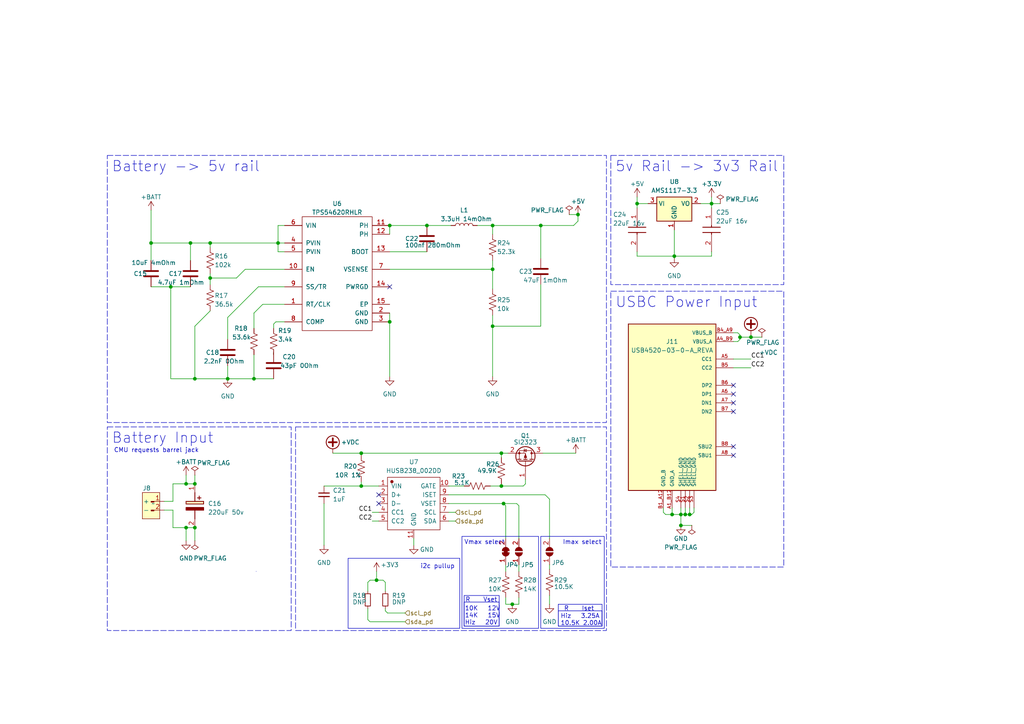
<source format=kicad_sch>
(kicad_sch (version 20230121) (generator eeschema)
  (paper "A4")
  (lib_symbols
    (symbol "Device:C" (pin_numbers hide) (pin_names (offset 0.254))
      (property "Reference" "C" (at 0.635 2.54 0))
      (property "Value" "C" (at 0.635 -2.54 0))
      (symbol "C_0_1"
        (polyline (pts (xy -2.032 -0.762) (xy 2.032 -0.762)) (stroke (width 0.508)))
        (polyline (pts (xy -2.032 0.762) (xy 2.032 0.762)) (stroke (width 0.508)))
      )
      (symbol "C_1_1"
        (pin passive line (at 0 3.81 270) (length 2.794) (name "~") (number "1"))
        (pin passive line (at 0 -3.81 90) (length 2.794) (name "~") (number "2"))
      )
    )
    (symbol "Device:C_Small" (pin_numbers hide) (pin_names (offset 0.254) hide)
      (property "Reference" "C" (at 0.254 1.778 0))
      (property "Value" "C_Small" (at 0.254 -2.032 0))
      (symbol "C_Small_0_1"
        (polyline (pts (xy -1.524 -0.508) (xy 1.524 -0.508)) (stroke (width 0.3302)))
        (polyline (pts (xy -1.524 0.508) (xy 1.524 0.508)) (stroke (width 0.3048)))
      )
      (symbol "C_Small_1_1"
        (pin passive line (at 0 2.54 270) (length 2.032) (name "~") (number "1"))
        (pin passive line (at 0 -2.54 90) (length 2.032) (name "~") (number "2"))
      )
    )
    (symbol "Device:L" (pin_numbers hide) (pin_names (offset 1.016) hide)
      (property "Reference" "L" (at -1.27 0 90))
      (property "Value" "L" (at 1.905 0 90))
      (symbol "L_0_1"
        (arc (start 0 -2.54) (mid 0.6323 -1.905) (end 0 -1.27))
        (arc (start 0 -1.27) (mid 0.6323 -0.635) (end 0 0))
        (arc (start 0 0) (mid 0.6323 0.635) (end 0 1.27))
        (arc (start 0 1.27) (mid 0.6323 1.905) (end 0 2.54))
      )
      (symbol "L_1_1"
        (pin passive line (at 0 3.81 270) (length 1.27) (name "1") (number "1"))
        (pin passive line (at 0 -3.81 90) (length 1.27) (name "2") (number "2"))
      )
    )
    (symbol "Device:Q_PMOS_GSD" (pin_names (offset 0) hide)
      (property "Reference" "Q" (at 5.08 1.27 0))
      (property "Value" "Q_PMOS_GSD" (at 5.08 -1.27 0))
      (symbol "Q_PMOS_GSD_0_1"
        (polyline (pts (xy 0.254 0) (xy -2.54 0)))
        (polyline (pts (xy 0.254 1.905) (xy 0.254 -1.905)) (stroke (width 0.254)))
        (polyline (pts (xy 0.762 -1.27) (xy 0.762 -2.286)) (stroke (width 0.254)))
        (polyline (pts (xy 0.762 0.508) (xy 0.762 -0.508)) (stroke (width 0.254)))
        (polyline (pts (xy 0.762 2.286) (xy 0.762 1.27)) (stroke (width 0.254)))
        (polyline (pts (xy 2.54 2.54) (xy 2.54 1.778)))
        (polyline (pts (xy 2.54 -2.54) (xy 2.54 0) (xy 0.762 0)))
        (polyline (pts (xy 0.762 1.778) (xy 3.302 1.778) (xy 3.302 -1.778) (xy 0.762 -1.778)))
        (polyline (pts (xy 2.286 0) (xy 1.27 0.381) (xy 1.27 -0.381) (xy 2.286 0)) (fill (type outline)))
        (polyline (pts (xy 2.794 -0.508) (xy 2.921 -0.381) (xy 3.683 -0.381) (xy 3.81 -0.254)))
        (polyline (pts (xy 3.302 -0.381) (xy 2.921 0.254) (xy 3.683 0.254) (xy 3.302 -0.381)))
        (circle (center 1.651 0) (radius 2.794) (stroke (width 0.254)))
        (circle (center 2.54 -1.778) (radius 0.254) (fill (type outline)))
        (circle (center 2.54 1.778) (radius 0.254) (fill (type outline)))
      )
      (symbol "Q_PMOS_GSD_1_1"
        (pin input line (at -5.08 0 0) (length 2.54) (name "G") (number "1"))
        (pin passive line (at 2.54 -5.08 90) (length 2.54) (name "S") (number "2"))
        (pin passive line (at 2.54 5.08 270) (length 2.54) (name "D") (number "3"))
      )
    )
    (symbol "Device:R_Small" (pin_numbers hide) (pin_names (offset 0.254) hide)
      (property "Reference" "R" (at 0.762 0.508 0))
      (property "Value" "R_Small" (at 0.762 -1.016 0))
      (symbol "R_Small_0_1"
        (rectangle (start -0.762 1.778) (end 0.762 -1.778) (stroke (width 0.2032)))
      )
      (symbol "R_Small_1_1"
        (pin passive line (at 0 2.54 270) (length 0.762) (name "~") (number "1"))
        (pin passive line (at 0 -2.54 90) (length 0.762) (name "~") (number "2"))
      )
    )
    (symbol "Device:R_US" (pin_numbers hide) (pin_names (offset 0))
      (property "Reference" "R" (at 2.54 0 90))
      (property "Value" "R_US" (at -2.54 0 90))
      (symbol "R_US_0_1"
        (polyline (pts (xy 0 -2.286) (xy 0 -2.54)))
        (polyline (pts (xy 0 2.286) (xy 0 2.54)))
        (polyline (pts (xy 0 -0.762) (xy 1.016 -1.143) (xy 0 -1.524) (xy -1.016 -1.905) (xy 0 -2.286)))
        (polyline (pts (xy 0 0.762) (xy 1.016 0.381) (xy 0 0) (xy -1.016 -0.381) (xy 0 -0.762)))
        (polyline (pts (xy 0 2.286) (xy 1.016 1.905) (xy 0 1.524) (xy -1.016 1.143) (xy 0 0.762)))
      )
      (symbol "R_US_1_1"
        (pin passive line (at 0 3.81 270) (length 1.27) (name "~") (number "1"))
        (pin passive line (at 0 -3.81 90) (length 1.27) (name "~") (number "2"))
      )
    )
    (symbol "Jumper:SolderJumper_2_Bridged" (pin_names (offset 0) hide)
      (property "Reference" "JP" (at 0 2.032 0))
      (property "Value" "SolderJumper_2_Bridged" (at 0 -2.54 0))
      (symbol "SolderJumper_2_Bridged_0_1"
        (rectangle (start -0.508 0.508) (end 0.508 -0.508) (fill (type outline)))
        (arc (start -0.254 1.016) (mid -1.2656 0) (end -0.254 -1.016))
        (arc (start -0.254 1.016) (mid -1.2656 0) (end -0.254 -1.016) (fill (type outline)))
        (polyline (pts (xy -0.254 1.016) (xy -0.254 -1.016)))
        (polyline (pts (xy 0.254 1.016) (xy 0.254 -1.016)))
        (arc (start 0.254 -1.016) (mid 1.2656 0) (end 0.254 1.016))
        (arc (start 0.254 -1.016) (mid 1.2656 0) (end 0.254 1.016) (fill (type outline)))
      )
      (symbol "SolderJumper_2_Bridged_1_1"
        (pin passive line (at -3.81 0 0) (length 2.54) (name "A") (number "1"))
        (pin passive line (at 3.81 0 180) (length 2.54) (name "B") (number "2"))
      )
    )
    (symbol "Jumper:SolderJumper_2_Open" (pin_names (offset 0) hide)
      (property "Reference" "JP" (at 0 2.032 0))
      (property "Value" "SolderJumper_2_Open" (at 0 -2.54 0))
      (symbol "SolderJumper_2_Open_0_1"
        (arc (start -0.254 1.016) (mid -1.2656 0) (end -0.254 -1.016))
        (arc (start -0.254 1.016) (mid -1.2656 0) (end -0.254 -1.016) (fill (type outline)))
        (polyline (pts (xy -0.254 1.016) (xy -0.254 -1.016)))
        (polyline (pts (xy 0.254 1.016) (xy 0.254 -1.016)))
        (arc (start 0.254 -1.016) (mid 1.2656 0) (end 0.254 1.016))
        (arc (start 0.254 -1.016) (mid 1.2656 0) (end 0.254 1.016) (fill (type outline)))
      )
      (symbol "SolderJumper_2_Open_1_1"
        (pin passive line (at -3.81 0 0) (length 2.54) (name "A") (number "1"))
        (pin passive line (at 3.81 0 180) (length 2.54) (name "B") (number "2"))
      )
    )
    (symbol "LCSC_imports:HUSB238_002DD" (pin_names (offset 1.016))
      (property "Reference" "U" (at 0 10.2362 0))
      (property "Value" "HUSB238_002DD" (at 0 15.3162 0))
      (symbol "HUSB238_002DD_1_1"
        (rectangle (start -7.62 7.62) (end 7.62 -7.62) (stroke (width 0.1524)))
        (circle (center -6.35 6.35) (radius 0.381) (stroke (width 0.1524)) (fill (type outline)))
        (pin input line (at -10.16 5.08 0) (length 2.54) (name "VIN") (number "1"))
        (pin input line (at 10.16 5.08 180) (length 2.54) (name "GATE") (number "10"))
        (pin input line (at 0 -10.16 90) (length 2.54) (name "GND") (number "11"))
        (pin input line (at -10.16 2.54 0) (length 2.54) (name "D+") (number "2"))
        (pin input line (at -10.16 0 0) (length 2.54) (name "D-") (number "3"))
        (pin input line (at -10.16 -2.54 0) (length 2.54) (name "CC1") (number "4"))
        (pin input line (at -10.16 -5.08 0) (length 2.54) (name "CC2") (number "5"))
        (pin input line (at 10.16 -5.08 180) (length 2.54) (name "SDA") (number "6"))
        (pin input line (at 10.16 -2.54 180) (length 2.54) (name "SCL") (number "7"))
        (pin input line (at 10.16 0 180) (length 2.54) (name "VSET") (number "8"))
        (pin input line (at 10.16 2.54 180) (length 2.54) (name "ISET") (number "9"))
      )
    )
    (symbol "LCSC_imports:TPS54620RHLR" (pin_names (offset 1.016))
      (property "Reference" "U" (at 0 20.3962 0))
      (property "Value" "TPS54620RHLR" (at 0 25.4762 0))
      (symbol "TPS54620RHLR_1_1"
        (rectangle (start -10.16 17.78) (end 10.16 -15.24) (stroke (width 0.1524)))
        (pin input line (at -15.24 -7.62 0) (length 5.08) (name "RT/CLK") (number "1"))
        (pin input line (at -15.24 2.54 0) (length 5.08) (name "EN") (number "10"))
        (pin power_in line (at 15.24 15.24 180) (length 5.08) (name "PH") (number "11"))
        (pin power_in line (at 15.24 12.7 180) (length 5.08) (name "PH") (number "12"))
        (pin input line (at 15.24 7.62 180) (length 5.08) (name "BOOT") (number "13"))
        (pin input line (at 15.24 -2.54 180) (length 5.08) (name "PWRGD") (number "14"))
        (pin power_in line (at 15.24 -7.62 180) (length 5.08) (name "EP") (number "15"))
        (pin power_in line (at 15.24 -10.16 180) (length 5.08) (name "GND") (number "2"))
        (pin power_in line (at 15.24 -12.7 180) (length 5.08) (name "GND") (number "3"))
        (pin power_in line (at -15.24 10.16 0) (length 5.08) (name "PVIN") (number "4"))
        (pin power_in line (at -15.24 7.62 0) (length 5.08) (name "PVIN") (number "5"))
        (pin power_in line (at -15.24 15.24 0) (length 5.08) (name "VIN") (number "6"))
        (pin input line (at 15.24 2.54 180) (length 5.08) (name "VSENSE") (number "7"))
        (pin input line (at -15.24 -12.7 0) (length 5.08) (name "COMP") (number "8"))
        (pin input line (at -15.24 -2.54 0) (length 5.08) (name "SS/TR") (number "9"))
      )
    )
    (symbol "Regulator_Linear:AMS1117-3.3"
      (property "Reference" "U" (at -3.81 3.175 0))
      (property "Value" "AMS1117-3.3" (at 0 3.175 0))
      (symbol "AMS1117-3.3_0_1"
        (rectangle (start -5.08 -5.08) (end 5.08 1.905) (stroke (width 0.254)) (fill (type background)))
      )
      (symbol "AMS1117-3.3_1_1"
        (pin power_in line (at 0 -7.62 90) (length 2.54) (name "GND") (number "1"))
        (pin power_out line (at 7.62 0 180) (length 2.54) (name "VO") (number "2"))
        (pin power_in line (at -7.62 0 0) (length 2.54) (name "VI") (number "3"))
      )
    )
    (symbol "USB4520-03-0-A_REVA:USB4520-03-0-A_REVA" (pin_names (offset 1.016))
      (property "Reference" "J11" (at 0 19.05 0))
      (property "Value" "USB4520-03-0-A_REVA" (at 0 16.51 0))
      (symbol "USB4520-03-0-A_REVA_0_0"
        (rectangle (start -12.7 24.13) (end 12.7 -24.13) (stroke (width 0.254)) (fill (type background)))
        (pin power_in line (at 0 -29.21 90) (length 5.08) (name "GND_A") (number "A1_B12"))
        (pin power_in line (at 17.78 19.05 180) (length 5.08) (name "VBUS_A") (number "A4_B9"))
        (pin bidirectional line (at 17.78 13.97 180) (length 5.08) (name "CC1") (number "A5"))
        (pin bidirectional line (at 17.78 3.81 180) (length 5.08) (name "DP1") (number "A6"))
        (pin bidirectional line (at 17.78 1.27 180) (length 5.08) (name "DN1") (number "A7"))
        (pin bidirectional line (at 17.78 -13.97 180) (length 5.08) (name "SBU1") (number "A8"))
        (pin power_in line (at -2.54 -29.21 90) (length 5.08) (name "GND_B") (number "B1_A12"))
        (pin power_in line (at 17.78 21.59 180) (length 5.08) (name "VBUS_B") (number "B4_A9"))
        (pin bidirectional line (at 17.78 11.43 180) (length 5.08) (name "CC2") (number "B5"))
        (pin bidirectional line (at 17.78 6.35 180) (length 5.08) (name "DP2") (number "B6"))
        (pin bidirectional line (at 17.78 -1.27 180) (length 5.08) (name "DN2") (number "B7"))
        (pin bidirectional line (at 17.78 -11.43 180) (length 5.08) (name "SBU2") (number "B8"))
        (pin power_in line (at 3.81 -29.21 90) (length 5.08) (name "SHELL_GND") (number "S1"))
        (pin power_in line (at 5.08 -29.21 90) (length 5.08) (name "SHELL_GND") (number "S2"))
        (pin power_in line (at 6.35 -29.21 90) (length 5.08) (name "SHELL_GND") (number "S3"))
        (pin power_in line (at 2.54 -29.21 90) (length 5.08) (name "SHELL_GND") (number "S4"))
      )
    )
    (symbol "aaa_SamacSys_Parts:CL21A226MQQNNNE" (pin_names hide)
      (property "Reference" "C" (at 8.89 6.35 0))
      (property "Value" "CL21A226MQQNNNE" (at 8.89 3.81 0))
      (symbol "CL21A226MQQNNNE_1_1"
        (polyline (pts (xy 5.08 0) (xy 5.588 0)) (stroke (width 0.254)))
        (polyline (pts (xy 5.588 2.54) (xy 5.588 -2.54)) (stroke (width 0.254)))
        (polyline (pts (xy 7.112 0) (xy 7.62 0)) (stroke (width 0.254)))
        (polyline (pts (xy 7.112 2.54) (xy 7.112 -2.54)) (stroke (width 0.254)))
        (pin passive line (at 0 0 0) (length 5.08) (name "1") (number "1"))
        (pin passive line (at 12.7 0 180) (length 5.08) (name "2") (number "2"))
      )
    )
    (symbol "motorgo_components:RGA221M1EBK-0811G" (pin_names hide)
      (property "Reference" "C" (at 8.89 6.35 0))
      (property "Value" "RGA221M1EBK-0811G" (at 8.89 3.81 0))
      (symbol "RGA221M1EBK-0811G_1_1"
        (polyline (pts (xy 2.54 0) (xy 5.08 0)) (stroke (width 0.254)))
        (polyline (pts (xy 4.064 1.778) (xy 4.064 0.762)) (stroke (width 0.254)))
        (polyline (pts (xy 4.572 1.27) (xy 3.556 1.27)) (stroke (width 0.254)))
        (polyline (pts (xy 7.62 0) (xy 10.16 0)) (stroke (width 0.254)))
        (polyline (pts (xy 7.62 2.54) (xy 7.62 -2.54) (xy 6.858 -2.54) (xy 6.858 2.54) (xy 7.62 2.54)) (stroke (width 0.254)) (fill (type outline)))
        (rectangle (start 5.08 2.54) (end 5.842 -2.54) (stroke (width 0.254)) (fill (type background)))
        (pin passive line (at 0 0 0) (length 2.54) (name "+") (number "1"))
        (pin passive line (at 12.7 0 180) (length 2.54) (name "-") (number "2"))
      )
    )
    (symbol "motorgo_components:xt30"
      (property "Reference" "J" (at -3.175 4.445 0))
      (symbol "xt30_1_1"
        (rectangle (start -2.54 3.81) (end 2.54 -3.81) (fill (type background)))
        (rectangle (start 0 -1.27) (end 0.8636 -1.524) (stroke (width 0.1524)) (fill (type outline)))
        (polyline (pts (xy 0.635 -1.27) (xy 0.2286 -1.27)) (stroke (width 0.1524)))
        (polyline (pts (xy 0.635 1.27) (xy 0.2286 1.27)) (stroke (width 0.1524)))
        (rectangle (start 0 1.27) (end 0.8636 1.016) (stroke (width 0.1524)) (fill (type outline)))
        (pin power_in line (at 3.81 1.27 180) (length 3.81) (name "+") (number "1"))
        (pin power_in line (at 3.81 -1.27 180) (length 3.81) (name "-") (number "2"))
      )
    )
    (symbol "power:+3.3V" (power) (pin_names (offset 0))
      (property "Value" "+3.3V" (at 0 3.556 0))
      (symbol "+3.3V_0_1"
        (polyline (pts (xy -0.762 1.27) (xy 0 2.54)))
        (polyline (pts (xy 0 0) (xy 0 2.54)))
        (polyline (pts (xy 0 2.54) (xy 0.762 1.27)))
      )
      (symbol "+3.3V_1_1"
        (pin power_in line (at 0 0 90) (length 0) hide (name "+3.3V") (number "1"))
      )
    )
    (symbol "power:+3V3" (power) (pin_names (offset 0))
      (property "Value" "+3V3" (at 0 3.556 0))
      (symbol "+3V3_0_1"
        (polyline (pts (xy -0.762 1.27) (xy 0 2.54)))
        (polyline (pts (xy 0 0) (xy 0 2.54)))
        (polyline (pts (xy 0 2.54) (xy 0.762 1.27)))
      )
      (symbol "+3V3_1_1"
        (pin power_in line (at 0 0 90) (length 0) hide (name "+3V3") (number "1"))
      )
    )
    (symbol "power:+5V" (power) (pin_names (offset 0))
      (property "Value" "+5V" (at 0 3.556 0))
      (symbol "+5V_0_1"
        (polyline (pts (xy -0.762 1.27) (xy 0 2.54)))
        (polyline (pts (xy 0 0) (xy 0 2.54)))
        (polyline (pts (xy 0 2.54) (xy 0.762 1.27)))
      )
      (symbol "+5V_1_1"
        (pin power_in line (at 0 0 90) (length 0) hide (name "+5V") (number "1"))
      )
    )
    (symbol "power:+BATT" (power) (pin_names (offset 0))
      (property "Value" "+BATT" (at 0 3.556 0))
      (symbol "+BATT_0_1"
        (polyline (pts (xy -0.762 1.27) (xy 0 2.54)))
        (polyline (pts (xy 0 0) (xy 0 2.54)))
        (polyline (pts (xy 0 2.54) (xy 0.762 1.27)))
      )
      (symbol "+BATT_1_1"
        (pin power_in line (at 0 0 90) (length 0) hide (name "+BATT") (number "1"))
      )
    )
    (symbol "power:+VDC" (power) (pin_names (offset 0))
      (property "Value" "+VDC" (at 0 6.35 0))
      (symbol "+VDC_0_1"
        (polyline (pts (xy -1.143 3.175) (xy 1.143 3.175)) (stroke (width 0.508)))
        (polyline (pts (xy 0 0) (xy 0 1.27)))
        (polyline (pts (xy 0 2.032) (xy 0 4.318)) (stroke (width 0.508)))
        (circle (center 0 3.175) (radius 1.905) (stroke (width 0.254)))
      )
      (symbol "+VDC_1_1"
        (pin power_in line (at 0 0 90) (length 0) hide (name "+VDC") (number "1"))
      )
    )
    (symbol "power:GND" (power) (pin_names (offset 0))
      (property "Value" "GND" (at 0 -3.81 0))
      (symbol "GND_0_1"
        (polyline (pts (xy 0 0) (xy 0 -1.27) (xy 1.27 -1.27) (xy 0 -2.54) (xy -1.27 -1.27) (xy 0 -1.27)))
      )
      (symbol "GND_1_1"
        (pin power_in line (at 0 0 270) (length 0) hide (name "GND") (number "1"))
      )
    )
    (symbol "power:PWR_FLAG" (power) (pin_numbers hide) (pin_names (offset 0) hide)
      (property "Value" "PWR_FLAG" (at 0 3.81 0))
      (symbol "PWR_FLAG_0_0"
        (pin power_out line (at 0 0 90) (length 0) (name "pwr") (number "1"))
      )
      (symbol "PWR_FLAG_0_1"
        (polyline (pts (xy 0 0) (xy 0 1.27) (xy -1.016 1.905) (xy 0 2.54) (xy 1.016 1.905) (xy 0 1.27)))
      )
    )
  )
  (junction (at 56.515 140.335))
  (junction (at 113.03 65.405))
  (junction (at 43.815 70.485))
  (junction (at 167.64 62.23))
  (junction (at 206.375 59.055))
  (junction (at 184.785 59.055))
  (junction (at 195.58 74.295))
  (junction (at 80.645 70.485))
  (junction (at 123.825 65.405))
  (junction (at 56.515 109.855))
  (junction (at 156.845 65.405))
  (junction (at 214.63 97.79))
  (junction (at 142.875 94.615))
  (junction (at 104.775 140.97))
  (junction (at 200.025 149.225))
  (junction (at 194.945 149.225))
  (junction (at 145.415 140.97))
  (junction (at 53.975 153.035))
  (junction (at 113.03 93.345))
  (junction (at 148.59 175.26))
  (junction (at 142.875 65.405))
  (junction (at 55.245 70.485))
  (junction (at 142.875 78.105))
  (junction (at 217.805 97.79))
  (junction (at 60.96 70.485))
  (junction (at 56.515 153.035))
  (junction (at 197.485 152.4))
  (junction (at 104.775 131.445))
  (junction (at 109.22 168.275))
  (junction (at 197.485 149.225))
  (junction (at 146.05 146.05))
  (junction (at 66.04 109.855))
  (junction (at 60.96 80.645))
  (junction (at 73.66 109.855))
  (junction (at 198.755 149.225))
  (junction (at 53.975 140.335))
  (junction (at 145.415 131.445))
  (junction (at 49.53 83.185))
  (no_connect (at 113.03 83.185))
  (no_connect (at 212.725 111.76))
  (no_connect (at 212.725 132.08))
  (no_connect (at 109.855 143.51))
  (no_connect (at 109.855 146.05))
  (no_connect (at 212.725 114.3))
  (no_connect (at 212.725 116.84))
  (no_connect (at 212.725 119.38))
  (no_connect (at 212.725 129.54))
  (wire (pts (xy 60.96 70.485) (xy 60.96 71.755)))
  (wire (pts (xy 142.875 91.44) (xy 142.875 94.615)))
  (wire (pts (xy 73.66 109.855) (xy 79.375 109.855)))
  (wire (pts (xy 197.485 147.32) (xy 197.485 149.225)))
  (wire (pts (xy 192.405 147.32) (xy 192.405 148.59)))
  (wire (pts (xy 123.825 65.405) (xy 130.81 65.405)))
  (wire (pts (xy 214.63 98.425) (xy 213.995 99.06)))
  (wire (pts (xy 145.415 140.335) (xy 145.415 140.97)))
  (wire (pts (xy 184.785 74.295) (xy 184.785 73.025)))
  (wire (pts (xy 145.415 132.715) (xy 145.415 131.445)))
  (wire (pts (xy 50.165 147.955) (xy 47.625 147.955)))
  (wire (pts (xy 112.395 177.8) (xy 117.475 177.8)))
  (wire (pts (xy 217.805 97.79) (xy 217.805 97.155)))
  (wire (pts (xy 60.96 80.645) (xy 60.96 82.55)))
  (wire (pts (xy 142.875 65.405) (xy 142.875 67.945)))
  (wire (pts (xy 74.93 83.185) (xy 82.55 83.185)))
  (wire (pts (xy 184.785 60.325) (xy 184.785 59.055)))
  (wire (pts (xy 113.03 93.345) (xy 113.03 109.22)))
  (wire (pts (xy 142.24 140.97) (xy 145.415 140.97)))
  (wire (pts (xy 80.645 70.485) (xy 60.96 70.485)))
  (wire (pts (xy 200.025 147.32) (xy 200.025 149.225)))
  (wire (pts (xy 159.385 163.83) (xy 159.385 165.1)))
  (wire (pts (xy 106.68 171.45) (xy 106.68 168.91)))
  (wire (pts (xy 158.115 143.51) (xy 159.385 144.78)))
  (wire (pts (xy 49.53 109.855) (xy 56.515 109.855)))
  (wire (pts (xy 213.995 96.52) (xy 214.63 97.155)))
  (wire (pts (xy 93.98 140.97) (xy 104.775 140.97)))
  (wire (pts (xy 130.175 140.97) (xy 134.62 140.97)))
  (wire (pts (xy 142.875 78.105) (xy 142.875 83.82)))
  (wire (pts (xy 60.96 79.375) (xy 60.96 80.645)))
  (wire (pts (xy 112.395 177.8) (xy 111.76 177.165)))
  (wire (pts (xy 50.165 140.335) (xy 53.975 140.335)))
  (wire (pts (xy 104.775 132.08) (xy 104.775 131.445)))
  (wire (pts (xy 203.2 59.055) (xy 206.375 59.055)))
  (wire (pts (xy 76.2 88.265) (xy 73.66 90.805)))
  (wire (pts (xy 206.375 74.295) (xy 206.375 73.025)))
  (wire (pts (xy 150.495 146.685) (xy 150.495 156.21)))
  (wire (pts (xy 109.22 165.735) (xy 109.22 168.275)))
  (wire (pts (xy 111.76 168.91) (xy 111.76 171.45)))
  (wire (pts (xy 198.755 147.32) (xy 198.755 149.225)))
  (wire (pts (xy 197.485 149.225) (xy 198.755 149.225)))
  (wire (pts (xy 212.725 96.52) (xy 213.995 96.52)))
  (wire (pts (xy 80.645 73.025) (xy 82.55 73.025)))
  (wire (pts (xy 152.4 139.065) (xy 152.4 140.335)))
  (wire (pts (xy 104.775 139.7) (xy 104.775 140.97)))
  (wire (pts (xy 156.845 74.93) (xy 156.845 65.405)))
  (wire (pts (xy 76.2 88.265) (xy 82.55 88.265)))
  (wire (pts (xy 80.645 65.405) (xy 82.55 65.405)))
  (wire (pts (xy 49.53 83.185) (xy 49.53 109.855)))
  (wire (pts (xy 145.415 131.445) (xy 147.32 131.445)))
  (wire (pts (xy 146.05 146.05) (xy 146.685 146.685)))
  (wire (pts (xy 71.12 78.105) (xy 68.58 80.645)))
  (wire (pts (xy 56.515 94.615) (xy 56.515 109.855)))
  (wire (pts (xy 50.165 145.415) (xy 47.625 145.415)))
  (wire (pts (xy 167.64 62.23) (xy 167.64 64.135)))
  (wire (pts (xy 148.59 175.26) (xy 150.495 175.26)))
  (wire (pts (xy 195.58 74.295) (xy 206.375 74.295)))
  (wire (pts (xy 107.95 148.59) (xy 109.855 148.59)))
  (wire (pts (xy 214.63 97.79) (xy 217.805 97.79)))
  (wire (pts (xy 60.96 90.17) (xy 56.515 94.615)))
  (wire (pts (xy 142.875 65.405) (xy 156.845 65.405)))
  (wire (pts (xy 146.685 175.26) (xy 148.59 175.26)))
  (wire (pts (xy 132.08 151.13) (xy 130.175 151.13)))
  (wire (pts (xy 107.315 168.275) (xy 109.22 168.275)))
  (wire (pts (xy 149.86 146.05) (xy 150.495 146.685)))
  (wire (pts (xy 106.68 168.91) (xy 107.315 168.275)))
  (wire (pts (xy 50.165 140.335) (xy 50.165 145.415)))
  (wire (pts (xy 80.645 65.405) (xy 80.645 70.485)))
  (wire (pts (xy 107.95 151.13) (xy 109.855 151.13)))
  (wire (pts (xy 53.975 153.035) (xy 56.515 153.035)))
  (wire (pts (xy 73.66 90.805) (xy 73.66 95.25)))
  (wire (pts (xy 56.515 153.035) (xy 56.515 156.845)))
  (wire (pts (xy 150.495 173.355) (xy 150.495 175.26)))
  (wire (pts (xy 195.58 74.93) (xy 195.58 74.295)))
  (wire (pts (xy 156.845 82.55) (xy 156.845 94.615)))
  (wire (pts (xy 184.785 57.15) (xy 184.785 59.055)))
  (wire (pts (xy 142.875 94.615) (xy 142.875 109.22)))
  (wire (pts (xy 56.515 137.795) (xy 56.515 140.335)))
  (wire (pts (xy 79.375 93.98) (xy 80.01 93.345)))
  (wire (pts (xy 197.485 149.225) (xy 197.485 152.4)))
  (wire (pts (xy 146.685 146.685) (xy 146.685 156.21)))
  (wire (pts (xy 200.66 149.225) (xy 201.295 148.59)))
  (wire (pts (xy 43.815 83.185) (xy 49.53 83.185)))
  (wire (pts (xy 217.805 104.14) (xy 212.725 104.14)))
  (wire (pts (xy 146.05 146.05) (xy 149.86 146.05)))
  (wire (pts (xy 200.025 149.225) (xy 200.66 149.225)))
  (wire (pts (xy 113.03 65.405) (xy 123.825 65.405)))
  (wire (pts (xy 60.96 80.645) (xy 68.58 80.645)))
  (wire (pts (xy 96.52 131.445) (xy 104.775 131.445)))
  (wire (pts (xy 113.03 65.405) (xy 113.03 67.945)))
  (wire (pts (xy 104.775 131.445) (xy 145.415 131.445)))
  (wire (pts (xy 151.765 140.97) (xy 152.4 140.335)))
  (wire (pts (xy 50.165 153.035) (xy 50.165 147.955)))
  (wire (pts (xy 66.04 92.075) (xy 66.04 98.425)))
  (wire (pts (xy 132.08 148.59) (xy 130.175 148.59)))
  (wire (pts (xy 80.01 93.345) (xy 82.55 93.345)))
  (wire (pts (xy 113.03 73.025) (xy 123.825 73.025)))
  (wire (pts (xy 198.755 149.225) (xy 200.025 149.225)))
  (wire (pts (xy 66.04 109.855) (xy 73.66 109.855)))
  (wire (pts (xy 93.98 146.05) (xy 93.98 158.115)))
  (wire (pts (xy 79.375 93.98) (xy 79.375 95.25)))
  (wire (pts (xy 130.175 146.05) (xy 146.05 146.05)))
  (wire (pts (xy 82.55 78.105) (xy 71.12 78.105)))
  (wire (pts (xy 194.945 147.32) (xy 194.945 149.225)))
  (wire (pts (xy 53.975 153.035) (xy 53.975 156.845)))
  (wire (pts (xy 80.645 70.485) (xy 80.645 73.025)))
  (wire (pts (xy 50.165 153.035) (xy 53.975 153.035)))
  (wire (pts (xy 157.48 131.445) (xy 167.005 131.445)))
  (wire (pts (xy 49.53 83.185) (xy 55.245 83.185)))
  (wire (pts (xy 220.98 97.79) (xy 217.805 97.79)))
  (wire (pts (xy 206.375 59.055) (xy 208.915 59.055)))
  (wire (pts (xy 214.63 97.79) (xy 214.63 98.425)))
  (wire (pts (xy 113.03 90.805) (xy 113.03 93.345)))
  (wire (pts (xy 195.58 66.675) (xy 195.58 74.295)))
  (wire (pts (xy 80.645 70.485) (xy 82.55 70.485)))
  (wire (pts (xy 109.22 168.275) (xy 111.125 168.275)))
  (wire (pts (xy 167.64 62.23) (xy 165.1 62.23)))
  (wire (pts (xy 192.405 148.59) (xy 193.04 149.225)))
  (wire (pts (xy 120.015 158.115) (xy 120.015 156.21)))
  (wire (pts (xy 194.945 149.225) (xy 197.485 149.225)))
  (wire (pts (xy 55.245 70.485) (xy 55.245 75.565)))
  (wire (pts (xy 212.725 99.06) (xy 213.995 99.06)))
  (wire (pts (xy 156.845 65.405) (xy 166.37 65.405)))
  (wire (pts (xy 66.04 106.045) (xy 66.04 109.855)))
  (wire (pts (xy 106.68 176.53) (xy 106.68 179.705)))
  (wire (pts (xy 159.385 172.72) (xy 159.385 175.26)))
  (wire (pts (xy 113.03 78.105) (xy 142.875 78.105)))
  (wire (pts (xy 130.175 143.51) (xy 158.115 143.51)))
  (wire (pts (xy 104.775 140.97) (xy 109.855 140.97)))
  (wire (pts (xy 111.125 168.275) (xy 111.76 168.91)))
  (wire (pts (xy 150.495 163.83) (xy 150.495 165.735)))
  (wire (pts (xy 43.815 70.485) (xy 55.245 70.485)))
  (wire (pts (xy 201.295 147.32) (xy 201.295 148.59)))
  (wire (pts (xy 145.415 140.97) (xy 151.765 140.97)))
  (wire (pts (xy 53.975 140.335) (xy 56.515 140.335)))
  (wire (pts (xy 138.43 65.405) (xy 142.875 65.405)))
  (wire (pts (xy 146.685 173.355) (xy 146.685 175.26)))
  (wire (pts (xy 111.76 176.53) (xy 111.76 177.165)))
  (wire (pts (xy 146.685 163.83) (xy 146.685 165.735)))
  (wire (pts (xy 166.37 65.405) (xy 167.64 64.135)))
  (wire (pts (xy 184.785 74.295) (xy 195.58 74.295)))
  (wire (pts (xy 43.815 60.96) (xy 43.815 70.485)))
  (wire (pts (xy 106.68 179.705) (xy 107.315 180.34)))
  (wire (pts (xy 74.93 83.185) (xy 66.04 92.075)))
  (wire (pts (xy 60.96 70.485) (xy 55.245 70.485)))
  (wire (pts (xy 56.515 109.855) (xy 66.04 109.855)))
  (wire (pts (xy 142.875 75.565) (xy 142.875 78.105)))
  (wire (pts (xy 206.375 59.055) (xy 206.375 60.325)))
  (wire (pts (xy 217.805 106.68) (xy 212.725 106.68)))
  (wire (pts (xy 206.375 57.15) (xy 206.375 59.055)))
  (wire (pts (xy 184.785 59.055) (xy 187.96 59.055)))
  (wire (pts (xy 142.875 94.615) (xy 156.845 94.615)))
  (wire (pts (xy 214.63 97.155) (xy 214.63 97.79)))
  (wire (pts (xy 53.975 137.795) (xy 53.975 140.335)))
  (wire (pts (xy 197.485 152.4) (xy 200.66 152.4)))
  (wire (pts (xy 193.04 149.225) (xy 194.945 149.225)))
  (wire (pts (xy 43.815 70.485) (xy 43.815 75.565)))
  (wire (pts (xy 107.315 180.34) (xy 117.475 180.34)))
  (wire (pts (xy 73.66 102.87) (xy 73.66 109.855)))
  (wire (pts (xy 159.385 144.78) (xy 159.385 156.21)))
  (wire (pts (xy 79.375 102.87) (xy 79.375 102.235)))
  (rectangle (start 133.985 155.575) (end 156.21 182.245))
  (rectangle (start 177.165 84.455) (end 227.33 164.465) (stroke (width 0) (type dash)))
  (rectangle (start 156.845 155.575) (end 175.26 182.245))
  (rectangle (start 134.62 172.72) (end 144.78 181.61))
  (rectangle (start 177.165 45.085) (end 227.33 82.55) (stroke (width 0) (type dash)))
  (rectangle (start 161.925 177.165) (end 174.625 181.61))
  (rectangle (start 134.62 174.625) (end 144.78 181.61))
  (rectangle (start 31.115 45.085) (end 175.895 122.555) (stroke (width 0) (type dash)))
  (rectangle (start 100.965 161.925) (end 133.35 182.245))
  (rectangle (start 161.925 175.26) (end 174.625 181.61))
  (rectangle (start 74.295 165.735) (end 74.295 165.735))
  (rectangle (start 31.115 123.825) (end 84.455 182.88) (stroke (width 0) (type dash)))
  (rectangle (start 85.725 123.825) (end 175.895 182.88) (stroke (width 0) (type dash)))
  (text "R    Iset" (at 163.5498 177.3589 0) (effects (font (size 1.27 1.27)) (justify left bottom)))
  (text "Vmax select" (at 134.62 158.115 0) (effects (font (size 1.27 1.27)) (justify left bottom)))
  (text "Imax select" (at 163.195 158.115 0) (effects (font (size 1.27 1.27)) (justify left bottom)))
  (text "USBC Power Input\n" (at 178.435 89.535 0) (effects (font (size 3 3)) (justify left bottom)))
  (text "Battery -> 5v rail" (at 32.385 50.165 0) (effects (font (size 3 3)) (justify left bottom)))
  (text "CMU requests barrel jack" (at 33.02 131.445 0) (effects (font (size 1.27 1.27)) (justify left bottom)))
  (text "i2c pullup" (at 121.92 165.1 0) (effects (font (size 1.27 1.27)) (justify left bottom)))
  (text "Battery Input\n" (at 32.385 128.905 0) (effects (font (size 3 3)) (justify left bottom)))
  (text "10K   12V\n14K   15V\nHiz   20V\n" (at 134.7973 181.4451 0) (effects (font (size 1.27 1.27)) (justify left bottom)))
  (text "R    Vset" (at 134.9748 174.8189 0) (effects (font (size 1.27 1.27)) (justify left bottom)))
  (text "Hiz   3.25A\n10.5K 2.00A\n" (at 162.56 181.61 0) (effects (font (size 1.27 1.27)) (justify left bottom)))
  (text "5v Rail -> 3v3 Rail" (at 178.435 50.165 0) (effects (font (size 3 3)) (justify left bottom)))
  (label "CC1" (at 107.95 148.59 180))
  (label "CC1" (at 217.805 104.14 0))
  (label "CC2" (at 217.805 106.68 0))
  (label "CC2" (at 107.95 151.13 180))
  (hierarchical_label "sda_pd" (shape input) (at 117.475 180.34 0))
  (hierarchical_label "sda_pd" (shape input) (at 132.08 151.13 0))
  (hierarchical_label "scl_pd" (shape input) (at 117.475 177.8 0))
  (hierarchical_label "scl_pd" (shape input) (at 132.08 148.59 0))
  (symbol (lib_id "aaa_SamacSys_Parts:CL21A226MQQNNNE") (at 184.785 60.325 270) (unit 1)
    (property "Reference" "C24" (at 177.8 62.23 90) (effects (justify left)))
    (property "Value" "22uF 16v" (at 177.8 64.77 90) (effects (justify left)))
    (property "Footprint" "Capacitor_SMD:C_0603_1608Metric" (effects hide))
    (property "Datasheet" "https://datasheet.lcsc.com/lcsc/2308111745_Murata-Electronics-GRM158R61A226ME15D_C3845593.pdf" (effects hide))
    (property "Height" "1.4" (effects hide))
    (property "Mouser Part Number" "187-CL21A226MQQNNNE" (effects hide))
    (property "Mouser Price/Stock" "https://www.mouser.co.uk/ProductDetail/Samsung-Electro-Mechanics/CL21A226MQQNNNE?qs=349EhDEZ59oZnQF%252BO1HZ%252BQ%3D%3D" (effects hide))
    (property "Manufacturer_Name" "SAMSUNG" (effects hide))
    (property "Manufacturer_Part_Number" "CL21A226MQQNNNE" (effects hide))
    (property "LCSC_Part_Number" "C3845593" (effects hide))
  )
  (symbol (lib_id "power:PWR_FLAG") (at 208.915 59.055 0) (unit 1)
    (property "Reference" "#FLG05" (effects hide))
    (property "Value" "PWR_FLAG" (at 215.265 57.785 0))
  )
  (symbol (lib_id "power:PWR_FLAG") (at 56.515 156.845 180) (unit 1)
    (property "Reference" "#FLG02" (effects hide))
    (property "Value" "PWR_FLAG" (at 60.96 161.925 0))
  )
  (symbol (lib_id "Device:C") (at 156.845 78.74 0) (unit 1)
    (property "Reference" "C23" (at 150.495 78.74 0) (effects (justify left)))
    (property "Value" "47uF 1mOhm" (at 151.765 81.28 0) (effects (justify left)))
    (property "Footprint" "Capacitor_SMD:C_1210_3225Metric" (effects hide))
  )
  (symbol (lib_id "Device:C") (at 123.825 69.215 0) (unit 1)
    (property "Reference" "C22" (at 117.475 69.215 0) (effects (justify left)))
    (property "Value" "100nf 280mOhm" (at 117.475 71.12 0) (effects (justify left)))
    (property "Footprint" "Capacitor_SMD:C_0402_1005Metric" (effects hide))
  )
  (symbol (lib_id "Jumper:SolderJumper_2_Open") (at 159.385 160.02 90) (unit 1)
    (property "Reference" "JP6" (at 160.02 163.1949 90) (effects (justify right)))
    (property "Value" "SolderJumper_2_Open" (effects hide))
    (property "Footprint" "Jumper:SolderJumper-2_P1.3mm_Open_RoundedPad1.0x1.5mm" (effects hide))
  )
  (symbol (lib_id "power:GND") (at 66.04 109.855 0) (unit 1)
    (property "Reference" "#PWR026" (effects hide))
    (property "Value" "GND" (at 66.04 114.935 0))
    (instances (project "motorgo_plink" (path "" (reference "#PWR026") (unit 1)) (path "" (reference "#PWR061") (unit 1))))
  )
  (symbol (lib_id "power:GND") (at 197.485 152.4 0) (unit 1)
    (property "Reference" "#PWR026" (effects hide))
    (property "Value" "GND" (at 197.485 156.21 0))
    (instances (project "motorgo_plink" (path "" (reference "#PWR026") (unit 1)) (path "" (reference "#PWR074") (unit 1))))
  )
  (symbol (lib_id "power:+5V") (at 167.64 62.23 0) (mirror y) (unit 1)
    (property "Reference" "#PWR071" (effects hide))
    (property "Value" "+5V" (at 167.64 58.42 0))
  )
  (symbol (lib_id "motorgo_components:xt30") (at 43.815 146.685 0) (unit 1)
    (property "Reference" "J8" (at 42.545 141.605 0))
    (property "Value" "~" (at 44.45 146.05 0))
    (property "Footprint" "LCSC_parts:CONN-TH_DC-005-2.5A-2.0" (effects hide))
    (property "LCSC_Part_Number" "-" (effects hide))
    (instances (project "motorgo_plink" (path "" (reference "J8") (unit 1)) (path "" (reference "J11") (unit 1))))
  )
  (symbol (lib_id "power:+5V") (at 184.785 57.15 0) (unit 1)
    (property "Reference" "#PWR072" (effects hide))
    (property "Value" "+5V" (at 184.785 53.34 0))
  )
  (symbol (lib_id "power:+BATT") (at 167.005 131.445 0) (unit 1)
    (property "Reference" "#PWR025" (effects hide))
    (property "Value" "+BATT" (at 167.005 127.635 0))
    (instances (project "motorgo_plink" (path "" (reference "#PWR025") (unit 1)) (path "" (reference "#PWR070") (unit 1))))
  )
  (symbol (lib_id "Device:R_US") (at 79.375 99.06 0) (unit 1)
    (property "Reference" "R19" (at 80.645 95.885 0) (effects (justify left)))
    (property "Value" "3.4k" (at 80.645 98.425 0) (effects (justify left)))
    (property "Footprint" "Resistor_SMD:R_0402_1005Metric" (effects hide))
  )
  (symbol (lib_id "Device:C") (at 79.375 106.045 0) (unit 1)
    (property "Reference" "C20" (at 81.915 103.505 0) (effects (justify left)))
    (property "Value" "43pF 0Ohm" (at 81.28 106.045 0) (effects (justify left)))
    (property "Footprint" "Capacitor_SMD:C_0201_0603Metric" (effects hide))
  )
  (symbol (lib_id "LCSC_imports:HUSB238_002DD") (at 120.015 146.05 0) (unit 1)
    (property "Reference" "U7" (at 120.015 133.985 0))
    (property "Value" "HUSB238_002DD" (at 120.015 136.525 0))
    (property "Footprint" "LCSC_parts:DFN-10_L3.0-W3.0-P0.50-BL-EP2.5" (effects hide))
    (property "SuppliersPartNumber" "C7471904" (effects hide))
    (property "uuid" "std:72c35b3c087241289ee1276473b7df23" (effects hide))
  )
  (symbol (lib_id "power:PWR_FLAG") (at 220.98 97.79 0) (mirror y) (unit 1)
    (property "Reference" "#FLG06" (effects hide))
    (property "Value" "PWR_FLAG" (at 221.262 99.3433 0))
  )
  (symbol (lib_id "Device:R_US") (at 104.775 135.89 0) (unit 1)
    (property "Reference" "R20" (at 99.695 135.255 0) (effects (justify left)))
    (property "Value" "10R 1%" (at 97.155 137.795 0) (effects (justify left)))
    (property "Footprint" "Resistor_SMD:R_0402_1005Metric" (effects hide))
  )
  (symbol (lib_id "power:+BATT") (at 53.975 137.795 0) (unit 1)
    (property "Reference" "#PWR025" (effects hide))
    (property "Value" "+BATT" (at 53.975 133.985 0))
    (instances (project "motorgo_plink" (path "" (reference "#PWR025") (unit 1)) (path "" (reference "#PWR059") (unit 1))))
  )
  (symbol (lib_id "motorgo_components:RGA221M1EBK-0811G") (at 56.515 140.335 270) (unit 1)
    (property "Reference" "C16" (at 60.325 146.05 90) (effects (justify left)))
    (property "Value" "220uF 50v" (at 60.325 148.59 90) (effects (justify left)))
    (property "Footprint" "Capacitor_SMD:CP_Elec_10x10" (effects hide))
    (property "Datasheet" "https://datasheet.lcsc.com/lcsc/2304140030_Nichicon-UWT1H221MNL1GS_C125977.pdf" (effects hide))
    (property "Height" "13" (effects hide))
    (property "Mouser Part Number" "140-RGA221M1EBK0811G" (effects hide))
    (property "Mouser Price/Stock" "https://www.mouser.co.uk/ProductDetail/Lelon/RGA221M1EBK-0811G?qs=pNDdEcSXiOD075vn7PGSsQ%3D%3D" (effects hide))
    (property "Manufacturer_Name" "Lelon" (effects hide))
    (property "Manufacturer_Part_Number" "RGA221M1EBK-0811G" (effects hide))
    (property "LCSC_Part_Number" "C125977" (effects hide))
  )
  (symbol (lib_id "Device:Q_PMOS_GSD") (at 152.4 133.985 270) (mirror x) (unit 1)
    (property "Reference" "Q1" (at 152.4 126.365 90))
    (property "Value" "SI2323" (at 152.4 128.27 90))
    (property "Footprint" "LCSC_parts:SI2323_SOT-23-3_L2.9-W1.3-P0.95-LS2.4-BR" (effects hide))
  )
  (symbol (lib_id "power:+3V3") (at 109.22 165.735 0) (unit 1)
    (property "Reference" "#PWR0108" (effects hide))
    (property "Value" "+3V3" (at 113.03 163.83 0))
    (instances (project "motorgo_plink" (path "" (reference "#PWR0108") (unit 1)) (path "" (reference "#PWR064") (unit 1))))
  )
  (symbol (lib_id "power:GND") (at 142.875 109.22 0) (unit 1)
    (property "Reference" "#PWR026" (effects hide))
    (property "Value" "GND" (at 142.875 114.3 0))
    (instances (project "motorgo_plink" (path "" (reference "#PWR026") (unit 1)) (path "" (reference "#PWR067") (unit 1))))
  )
  (symbol (lib_id "USB4520-03-0-A_REVA:USB4520-03-0-A_REVA") (at 194.945 118.11 0) (unit 1)
    (property "Reference" "J11" (at 194.945 99.06 0))
    (property "Value" "USB4520-03-0-A_REVA" (at 194.945 101.6 0))
    (property "Footprint" "mg_mini_v1r3:GCT_USB4520-03-0-A_REVA" (effects hide))
    (property "MAXIMUM_PACKAGE_HEIGHT" "2.46mm" (effects hide))
    (property "LCSC_Part_Number" "C2965608" (effects hide))
    (instances (project "motorgo_plink" (path "" (reference "J11") (unit 1)) (path "" (reference "J12") (unit 1))))
  )
  (symbol (lib_id "aaa_SamacSys_Parts:CL21A226MQQNNNE") (at 206.375 60.325 270) (unit 1)
    (property "Reference" "C25" (at 207.645 61.595 90) (effects (justify left)))
    (property "Value" "22uF 16v" (at 207.645 64.135 90) (effects (justify left)))
    (property "Footprint" "Capacitor_SMD:C_0603_1608Metric" (effects hide))
    (property "Datasheet" "https://datasheet.lcsc.com/lcsc/2208111030_Samsung-Electro-Mechanics-CL10A226MO7JZNC_C2762594.pdf" (effects hide))
    (property "Height" "1.4" (effects hide))
    (property "Mouser Part Number" "187-CL21A226MQQNNNE" (effects hide))
    (property "Mouser Price/Stock" "https://www.mouser.co.uk/ProductDetail/Samsung-Electro-Mechanics/CL21A226MQQNNNE?qs=349EhDEZ59oZnQF%252BO1HZ%252BQ%3D%3D" (effects hide))
    (property "Manufacturer_Name" "SAMSUNG" (effects hide))
    (property "Manufacturer_Part_Number" "CL21A226MQQNNNE" (effects hide))
    (property "LCSC_Part_Number" "C2762594" (effects hide))
  )
  (symbol (lib_id "Device:R_US") (at 138.43 140.97 90) (unit 1)
    (property "Reference" "R23" (at 134.9375 138.1125 90) (effects (justify left)))
    (property "Value" "5.1K" (at 136.2075 140.0175 90) (effects (justify left)))
    (property "Footprint" "Resistor_SMD:R_0402_1005Metric" (effects hide))
  )
  (symbol (lib_id "Device:C_Small") (at 93.98 143.51 0) (unit 1)
    (property "Reference" "C21" (at 96.52 142.2462 0) (effects (justify left)))
    (property "Value" "1uF" (at 96.52 144.7862 0) (effects (justify left)))
    (property "Footprint" "Capacitor_SMD:C_0603_1608Metric" (effects hide))
  )
  (symbol (lib_id "power:PWR_FLAG") (at 200.66 152.4 180) (unit 1)
    (property "Reference" "#FLG04" (effects hide))
    (property "Value" "PWR_FLAG" (at 197.485 158.75 0))
  )
  (symbol (lib_id "power:GND") (at 195.58 74.93 0) (unit 1)
    (property "Reference" "#PWR026" (effects hide))
    (property "Value" "GND" (at 195.58 80.01 0))
    (instances (project "motorgo_plink" (path "" (reference "#PWR026") (unit 1)) (path "" (reference "#PWR073") (unit 1))))
  )
  (symbol (lib_id "power:+3.3V") (at 206.375 57.15 0) (unit 1)
    (property "Reference" "#PWR075" (effects hide))
    (property "Value" "+3.3V" (at 206.375 53.34 0))
  )
  (symbol (lib_id "power:GND") (at 148.59 175.26 0) (unit 1)
    (property "Reference" "#PWR026" (effects hide))
    (property "Value" "GND" (at 148.59 180.34 0))
    (instances (project "motorgo_plink" (path "" (reference "#PWR026") (unit 1)) (path "" (reference "#PWR068") (unit 1))))
  )
  (symbol (lib_id "Device:R_US") (at 73.66 99.06 0) (unit 1)
    (property "Reference" "R18" (at 67.945 95.25 0) (effects (justify left)))
    (property "Value" "53.6k" (at 67.31 97.79 0) (effects (justify left)))
    (property "Footprint" "Resistor_SMD:R_0402_1005Metric" (effects hide))
  )
  (symbol (lib_id "Jumper:SolderJumper_2_Bridged") (at 146.685 160.02 90) (unit 1)
    (property "Reference" "JP4" (at 146.685 163.8299 90) (effects (justify right)))
    (property "Value" "SolderJumper_2_Bridged" (effects hide))
    (property "Footprint" "Jumper:SolderJumper-2_P1.3mm_Bridged2Bar_RoundedPad1.0x1.5mm" (effects hide))
  )
  (symbol (lib_id "power:GND") (at 159.385 175.26 0) (unit 1)
    (property "Reference" "#PWR026" (effects hide))
    (property "Value" "GND" (at 159.385 180.34 0))
    (instances (project "motorgo_plink" (path "" (reference "#PWR026") (unit 1)) (path "" (reference "#PWR069") (unit 1))))
  )
  (symbol (lib_id "power:+BATT") (at 43.815 60.96 0) (unit 1)
    (property "Reference" "#PWR025" (effects hide))
    (property "Value" "+BATT" (at 43.815 57.15 0))
    (instances (project "motorgo_plink" (path "" (reference "#PWR025") (unit 1)) (path "" (reference "#PWR058") (unit 1))))
  )
  (symbol (lib_id "power:+VDC") (at 217.805 97.155 0) (unit 1)
    (property "Reference" "#PWR076" (effects hide))
    (property "Value" "+VDC" (at 222.885 102.235 0))
  )
  (symbol (lib_id "power:GND") (at 113.03 109.22 0) (unit 1)
    (property "Reference" "#PWR026" (effects hide))
    (property "Value" "GND" (at 113.03 114.3 0))
    (instances (project "motorgo_plink" (path "" (reference "#PWR026") (unit 1)) (path "" (reference "#PWR065") (unit 1))))
  )
  (symbol (lib_id "power:GND") (at 53.975 156.845 0) (unit 1)
    (property "Reference" "#PWR026" (effects hide))
    (property "Value" "GND" (at 53.975 161.925 0))
    (instances (project "motorgo_plink" (path "" (reference "#PWR026") (unit 1)) (path "" (reference "#PWR060") (unit 1))))
  )
  (symbol (lib_id "Device:R_US") (at 142.875 71.755 0) (unit 1)
    (property "Reference" "R24" (at 144.145 70.485 0) (effects (justify left)))
    (property "Value" "52.3k" (at 144.145 73.025 0) (effects (justify left)))
    (property "Footprint" "Resistor_SMD:R_0402_1005Metric" (effects hide))
  )
  (symbol (lib_id "Device:R_US") (at 146.685 169.545 0) (unit 1)
    (property "Reference" "R27" (at 141.605 168.275 0) (effects (justify left)))
    (property "Value" "10K" (at 141.605 170.815 0) (effects (justify left)))
    (property "Footprint" "Resistor_SMD:R_0402_1005Metric" (effects hide))
  )
  (symbol (lib_id "power:GND") (at 120.015 158.115 0) (unit 1)
    (property "Reference" "#PWR026" (effects hide))
    (property "Value" "GND" (at 123.825 159.385 0))
    (instances (project "motorgo_plink" (path "" (reference "#PWR026") (unit 1)) (path "" (reference "#PWR066") (unit 1))))
  )
  (symbol (lib_id "Device:R_Small") (at 106.68 173.99 0) (unit 1)
    (property "Reference" "R18" (at 102.235 172.7199 0) (effects (justify left)))
    (property "Value" "DNP" (at 102.235 174.6249 0) (effects (justify left)))
    (property "Footprint" "Resistor_SMD:R_0402_1005Metric" (effects hide))
    (instances (project "motorgo_plink" (path "" (reference "R18") (unit 1)) (path "" (reference "R21") (unit 1))))
  )
  (symbol (lib_id "power:PWR_FLAG") (at 56.515 137.795 0) (unit 1)
    (property "Reference" "#FLG01" (effects hide))
    (property "Value" "PWR_FLAG" (at 61.948 134.2683 0))
  )
  (symbol (lib_id "Device:R_US") (at 60.96 86.36 0) (unit 1)
    (property "Reference" "R17" (at 62.23 85.725 0) (effects (justify left)))
    (property "Value" "36.5k" (at 62.23 88.265 0) (effects (justify left)))
    (property "Footprint" "Resistor_SMD:R_0402_1005Metric" (effects hide))
  )
  (symbol (lib_id "Device:C") (at 55.245 79.375 0) (unit 1)
    (property "Reference" "C17" (at 48.895 79.375 0) (effects (justify left)))
    (property "Value" "4.7uF 1mOhm" (at 45.72 81.915 0) (effects (justify left)))
    (property "Footprint" "Capacitor_SMD:C_0603_1608Metric" (effects hide))
  )
  (symbol (lib_id "Device:L") (at 134.62 65.405 90) (unit 1)
    (property "Reference" "L1" (at 134.62 60.96 90))
    (property "Value" "3.3uH 14mOhm" (at 135.255 63.5 90))
    (property "Footprint" "LCSC_parts:IND-SMD_L7.3-W6.6" (effects hide))
  )
  (symbol (lib_id "Device:R_US") (at 145.415 136.525 0) (unit 1)
    (property "Reference" "R26" (at 140.97 134.62 0) (effects (justify left)))
    (property "Value" "49.9K" (at 138.43 136.525 0) (effects (justify left)))
    (property "Footprint" "Resistor_SMD:R_0402_1005Metric" (effects hide))
  )
  (symbol (lib_id "LCSC_imports:TPS54620RHLR") (at 97.79 80.645 0) (unit 1)
    (property "Reference" "U6" (at 97.79 59.055 0))
    (property "Value" "TPS54620RHLR" (at 97.79 61.595 0))
    (property "Footprint" "LCSC_parts:VQFN-14_L3.5-W3.5-P0.50-TL-EP_TPS54622RHLT" (effects hide))
    (property "Datasheet" "http://www.szlcsc.com/product/details_254511.html" (effects hide))
    (property "SuppliersPartNumber" "C263274" (effects hide))
    (property "uuid" "std:22c093bd3f0e4f169efe6636adc161b3" (effects hide))
  )
  (symbol (lib_id "power:+VDC") (at 96.52 131.445 0) (unit 1)
    (property "Reference" "#PWR063" (effects hide))
    (property "Value" "+VDC" (at 101.6 128.27 0))
  )
  (symbol (lib_id "Device:R_US") (at 159.385 168.91 0) (unit 1)
    (property "Reference" "R29" (at 160.655 168.275 0) (effects (justify left)))
    (property "Value" "10.5K" (at 160.655 170.18 0) (effects (justify left)))
    (property "Footprint" "Resistor_SMD:R_0402_1005Metric" (effects hide))
  )
  (symbol (lib_id "Device:R_US") (at 142.875 87.63 0) (unit 1)
    (property "Reference" "R25" (at 144.145 86.995 0) (effects (justify left)))
    (property "Value" "10k" (at 144.145 89.535 0) (effects (justify left)))
    (property "Footprint" "Resistor_SMD:R_0402_1005Metric" (effects hide))
  )
  (symbol (lib_id "Regulator_Linear:AMS1117-3.3") (at 195.58 59.055 0) (unit 1)
    (property "Reference" "U8" (at 195.58 52.705 0))
    (property "Value" "AMS1117-3.3" (at 195.58 55.245 0))
    (property "Footprint" "Package_TO_SOT_SMD:SOT-223-3_TabPin2" (effects hide))
    (property "Datasheet" "http://www.advanced-monolithic.com/pdf/ds1117.pdf" (effects hide))
    (property "LCSC_Part_Number" "C347222" (effects hide))
  )
  (symbol (lib_id "power:PWR_FLAG") (at 165.1 62.23 0) (mirror y) (unit 1)
    (property "Reference" "#FLG03" (effects hide))
    (property "Value" "PWR_FLAG" (at 158.75 60.96 0))
  )
  (symbol (lib_id "power:GND") (at 93.98 158.115 0) (unit 1)
    (property "Reference" "#PWR026" (effects hide))
    (property "Value" "GND" (at 93.98 163.195 0))
    (instances (project "motorgo_plink" (path "" (reference "#PWR026") (unit 1)) (path "" (reference "#PWR062") (unit 1))))
  )
  (symbol (lib_id "Device:C") (at 43.815 79.375 0) (unit 1)
    (property "Reference" "C15" (at 38.735 79.375 0) (effects (justify left)))
    (property "Value" "10uF 4mOhm" (at 38.1 76.2 0) (effects (justify left)))
    (property "Footprint" "Capacitor_SMD:C_0805_2012Metric" (effects hide))
  )
  (symbol (lib_id "Jumper:SolderJumper_2_Open") (at 150.495 160.02 90) (unit 1)
    (property "Reference" "JP5" (at 151.13 163.8299 90) (effects (justify right)))
    (property "Value" "SolderJumper_2_Open" (effects hide))
    (property "Footprint" "Jumper:SolderJumper-2_P1.3mm_Open_RoundedPad1.0x1.5mm" (effects hide))
  )
  (symbol (lib_id "Device:C") (at 66.04 102.235 0) (unit 1)
    (property "Reference" "C18" (at 59.69 102.235 0) (effects (justify left)))
    (property "Value" "2.2nF 0Ohm" (at 59.055 104.775 0) (effects (justify left)))
    (property "Footprint" "Capacitor_SMD:C_0201_0603Metric" (effects hide))
  )
  (symbol (lib_id "Device:R_US") (at 60.96 75.565 0) (unit 1)
    (property "Reference" "R16" (at 62.23 74.295 0) (effects (justify left)))
    (property "Value" "102k" (at 62.23 76.835 0) (effects (justify left)))
    (property "Footprint" "Resistor_SMD:R_0402_1005Metric" (effects hide))
  )
  (symbol (lib_id "Device:R_Small") (at 111.76 173.99 0) (unit 1)
    (property "Reference" "R19" (at 113.665 172.7199 0) (effects (justify left)))
    (property "Value" "DNP" (at 113.665 174.6249 0) (effects (justify left)))
    (property "Footprint" "Resistor_SMD:R_0402_1005Metric" (effects hide))
    (instances (project "motorgo_plink" (path "" (reference "R19") (unit 1)) (path "" (reference "R22") (unit 1))))
  )
  (symbol (lib_id "Device:R_US") (at 150.495 169.545 0) (unit 1)
    (property "Reference" "R28" (at 151.765 168.275 0) (effects (justify left)))
    (property "Value" "14K" (at 151.765 170.815 0) (effects (justify left)))
    (property "Footprint" "Resistor_SMD:R_0402_1005Metric" (effects hide))
  )
)
</source>
